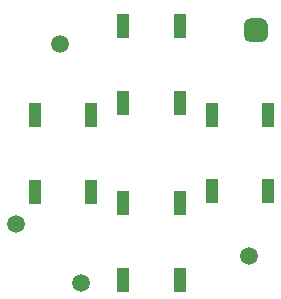
<source format=gbr>
%TF.GenerationSoftware,KiCad,Pcbnew,5.1.9+dfsg1-1*%
%TF.CreationDate,2022-05-26T09:54:06+01:00*%
%TF.ProjectId,ds_lite_clicky_buttons,64735f6c-6974-4655-9f63-6c69636b795f,rev?*%
%TF.SameCoordinates,Original*%
%TF.FileFunction,Soldermask,Top*%
%TF.FilePolarity,Negative*%
%FSLAX46Y46*%
G04 Gerber Fmt 4.6, Leading zero omitted, Abs format (unit mm)*
G04 Created by KiCad (PCBNEW 5.1.9+dfsg1-1) date 2022-05-26 09:54:06*
%MOMM*%
%LPD*%
G01*
G04 APERTURE LIST*
%ADD10R,1.000000X2.000000*%
%ADD11C,1.500000*%
G04 APERTURE END LIST*
D10*
%TO.C,SW4*%
X148188680Y-92298520D03*
X152963880Y-92298520D03*
X152963880Y-98800920D03*
X148188680Y-98800920D03*
%TD*%
%TO.C,SW1*%
X140685520Y-84795360D03*
X145460720Y-84795360D03*
X145460720Y-91297760D03*
X140685520Y-91297760D03*
%TD*%
D11*
%TO.C,R00*%
X135326120Y-86288880D03*
%TD*%
%TO.C,R01*%
X131556760Y-101559360D03*
%TD*%
%TO.C,P00*%
X151323040Y-104297480D03*
%TD*%
%TO.C,P01*%
X137068560Y-106537760D03*
%TD*%
D10*
%TO.C,SW3*%
X140685520Y-99796600D03*
X145460720Y-99796600D03*
X145460720Y-106299000D03*
X140685520Y-106299000D03*
%TD*%
%TO.C,SW2*%
X133177280Y-92303600D03*
X137952480Y-92303600D03*
X137952480Y-98806000D03*
X133177280Y-98806000D03*
%TD*%
%TO.C,GND*%
G36*
G01*
X150902160Y-85645880D02*
X150902160Y-84645880D01*
G75*
G02*
X151402160Y-84145880I500000J0D01*
G01*
X152402160Y-84145880D01*
G75*
G02*
X152902160Y-84645880I0J-500000D01*
G01*
X152902160Y-85645880D01*
G75*
G02*
X152402160Y-86145880I-500000J0D01*
G01*
X151402160Y-86145880D01*
G75*
G02*
X150902160Y-85645880I0J500000D01*
G01*
G37*
%TD*%
M02*

</source>
